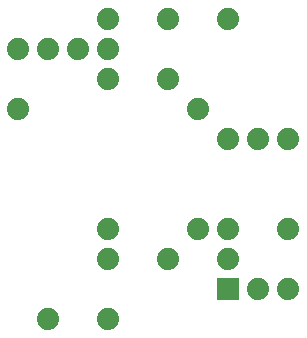
<source format=gbs>
G75*
%MOIN*%
%OFA0B0*%
%FSLAX25Y25*%
%IPPOS*%
%LPD*%
%AMOC8*
5,1,8,0,0,1.08239X$1,22.5*
%
%ADD10C,0.07400*%
%ADD11R,0.07400X0.07400*%
D10*
X0021236Y0011236D03*
X0041236Y0011236D03*
X0041236Y0031236D03*
X0041236Y0041236D03*
X0061236Y0031236D03*
X0071236Y0041236D03*
X0081236Y0041236D03*
X0081236Y0031236D03*
X0091236Y0021236D03*
X0101236Y0021236D03*
X0101236Y0041236D03*
X0101236Y0071236D03*
X0091236Y0071236D03*
X0081236Y0071236D03*
X0071236Y0081236D03*
X0061236Y0091236D03*
X0061236Y0111236D03*
X0041236Y0111236D03*
X0041236Y0101236D03*
X0041236Y0091236D03*
X0031236Y0101236D03*
X0021236Y0101236D03*
X0011236Y0101236D03*
X0011236Y0081236D03*
X0081236Y0111236D03*
D11*
X0081236Y0021236D03*
M02*

</source>
